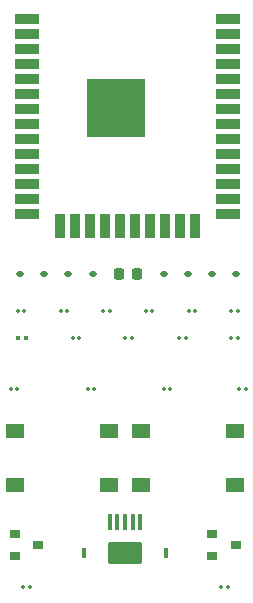
<source format=gbr>
%TF.GenerationSoftware,KiCad,Pcbnew,9.0.5*%
%TF.CreationDate,2025-10-26T01:34:21+08:00*%
%TF.ProjectId,KiCAD_Proj (ESP32),4b694341-445f-4507-926f-6a2028455350,rev?*%
%TF.SameCoordinates,Original*%
%TF.FileFunction,Paste,Top*%
%TF.FilePolarity,Positive*%
%FSLAX46Y46*%
G04 Gerber Fmt 4.6, Leading zero omitted, Abs format (unit mm)*
G04 Created by KiCad (PCBNEW 9.0.5) date 2025-10-26 01:34:21*
%MOMM*%
%LPD*%
G01*
G04 APERTURE LIST*
G04 Aperture macros list*
%AMRoundRect*
0 Rectangle with rounded corners*
0 $1 Rounding radius*
0 $2 $3 $4 $5 $6 $7 $8 $9 X,Y pos of 4 corners*
0 Add a 4 corners polygon primitive as box body*
4,1,4,$2,$3,$4,$5,$6,$7,$8,$9,$2,$3,0*
0 Add four circle primitives for the rounded corners*
1,1,$1+$1,$2,$3*
1,1,$1+$1,$4,$5*
1,1,$1+$1,$6,$7*
1,1,$1+$1,$8,$9*
0 Add four rect primitives between the rounded corners*
20,1,$1+$1,$2,$3,$4,$5,0*
20,1,$1+$1,$4,$5,$6,$7,0*
20,1,$1+$1,$6,$7,$8,$9,0*
20,1,$1+$1,$8,$9,$2,$3,0*%
G04 Aperture macros list end*
%ADD10RoundRect,0.067500X0.067500X0.067500X-0.067500X0.067500X-0.067500X-0.067500X0.067500X-0.067500X0*%
%ADD11RoundRect,0.112500X-0.187500X-0.112500X0.187500X-0.112500X0.187500X0.112500X-0.187500X0.112500X0*%
%ADD12RoundRect,0.067500X-0.067500X-0.067500X0.067500X-0.067500X0.067500X0.067500X-0.067500X0.067500X0*%
%ADD13R,1.550000X1.300000*%
%ADD14R,0.900000X0.800000*%
%ADD15RoundRect,0.079500X-0.079500X-0.100500X0.079500X-0.100500X0.079500X0.100500X-0.079500X0.100500X0*%
%ADD16R,2.000000X0.900000*%
%ADD17R,0.900000X2.000000*%
%ADD18R,5.000000X5.000000*%
%ADD19R,0.300000X0.850000*%
%ADD20RoundRect,0.100000X-0.100000X-0.575000X0.100000X-0.575000X0.100000X0.575000X-0.100000X0.575000X0*%
%ADD21RoundRect,0.250000X-1.200000X-0.700000X1.200000X-0.700000X1.200000X0.700000X-1.200000X0.700000X0*%
%ADD22RoundRect,0.218750X-0.218750X-0.256250X0.218750X-0.256250X0.218750X0.256250X-0.218750X0.256250X0*%
G04 APERTURE END LIST*
D10*
%TO.C,C19*%
X143425000Y-100838000D03*
X142875000Y-100838000D03*
%TD*%
D11*
%TO.C,D3*%
X154618000Y-95377000D03*
X156718000Y-95377000D03*
%TD*%
D12*
%TO.C,R23*%
X151871000Y-100838000D03*
X152421000Y-100838000D03*
%TD*%
%TO.C,R22*%
X155427000Y-121920000D03*
X155977000Y-121920000D03*
%TD*%
%TO.C,C9*%
X145445000Y-98552000D03*
X145995000Y-98552000D03*
%TD*%
D13*
%TO.C,SW1*%
X137990000Y-108748000D03*
X145940000Y-108748000D03*
X137990000Y-113248000D03*
X145940000Y-113248000D03*
%TD*%
D14*
%TO.C,Q2*%
X154686000Y-117414000D03*
X154686000Y-119314000D03*
X156686000Y-118364000D03*
%TD*%
D11*
%TO.C,D4*%
X150554000Y-95377000D03*
X152654000Y-95377000D03*
%TD*%
D10*
%TO.C,R2*%
X147870000Y-100838000D03*
X147320000Y-100838000D03*
%TD*%
D12*
%TO.C,C22*%
X138223000Y-98552000D03*
X138773000Y-98552000D03*
%TD*%
D15*
%TO.C,C21*%
X138253000Y-100838000D03*
X138943000Y-100838000D03*
%TD*%
D10*
%TO.C,R21*%
X139213000Y-121920000D03*
X138663000Y-121920000D03*
%TD*%
D16*
%TO.C,MOD1*%
X139011500Y-73861000D03*
X139011500Y-75131000D03*
X139011500Y-76401000D03*
X139011500Y-77671000D03*
X139011500Y-78941000D03*
X139011500Y-80211000D03*
X139011500Y-81481000D03*
X139011500Y-82751000D03*
X139011500Y-84021000D03*
X139011500Y-85291000D03*
X139011500Y-86561000D03*
X139011500Y-87831000D03*
X139011500Y-89101000D03*
X139011500Y-90371000D03*
D17*
X141796500Y-91371000D03*
X143066500Y-91371000D03*
X144336500Y-91371000D03*
X145606500Y-91371000D03*
X146876500Y-91371000D03*
X148146500Y-91371000D03*
X149416500Y-91371000D03*
X150686500Y-91371000D03*
X151956500Y-91371000D03*
X153226500Y-91371000D03*
D16*
X156011500Y-90371000D03*
X156011500Y-89101000D03*
X156011500Y-87831000D03*
X156011500Y-86561000D03*
X156011500Y-85291000D03*
X156011500Y-84021000D03*
X156011500Y-82751000D03*
X156011500Y-81481000D03*
X156011500Y-80211000D03*
X156011500Y-78941000D03*
X156011500Y-77671000D03*
X156011500Y-76401000D03*
X156011500Y-75131000D03*
X156011500Y-73861000D03*
D18*
X146511500Y-81361000D03*
%TD*%
D12*
%TO.C,R11*%
X156278000Y-100838000D03*
X156828000Y-100838000D03*
%TD*%
D10*
%TO.C,R18*%
X156828000Y-98552000D03*
X156278000Y-98552000D03*
%TD*%
D12*
%TO.C,R25*%
X144145000Y-105156000D03*
X144695000Y-105156000D03*
%TD*%
D10*
%TO.C,C20*%
X142384000Y-98552000D03*
X141834000Y-98552000D03*
%TD*%
%TO.C,C15*%
X138176000Y-105156000D03*
X137626000Y-105156000D03*
%TD*%
D19*
%TO.C,J1*%
X143799000Y-119078000D03*
X150799000Y-119078000D03*
D20*
X148599000Y-116403000D03*
X147949000Y-116403000D03*
X147299000Y-116403000D03*
X146649000Y-116403000D03*
X145999000Y-116403000D03*
D21*
X147299000Y-119078000D03*
%TD*%
D14*
%TO.C,Q1*%
X137938000Y-117414000D03*
X137938000Y-119314000D03*
X139938000Y-118364000D03*
%TD*%
D12*
%TO.C,C14*%
X156951000Y-105156000D03*
X157501000Y-105156000D03*
%TD*%
%TO.C,R24*%
X149056000Y-98552000D03*
X149606000Y-98552000D03*
%TD*%
D22*
%TO.C,D1*%
X146761000Y-95377000D03*
X148336000Y-95377000D03*
%TD*%
D11*
%TO.C,D5*%
X142460000Y-95377000D03*
X144560000Y-95377000D03*
%TD*%
%TO.C,D6*%
X138362000Y-95377000D03*
X140462000Y-95377000D03*
%TD*%
D12*
%TO.C,R17*%
X152667000Y-98552000D03*
X153217000Y-98552000D03*
%TD*%
%TO.C,R26*%
X150580000Y-105156000D03*
X151130000Y-105156000D03*
%TD*%
D13*
%TO.C,SW2*%
X148658000Y-108748000D03*
X156608000Y-108748000D03*
X148658000Y-113248000D03*
X156608000Y-113248000D03*
%TD*%
M02*

</source>
